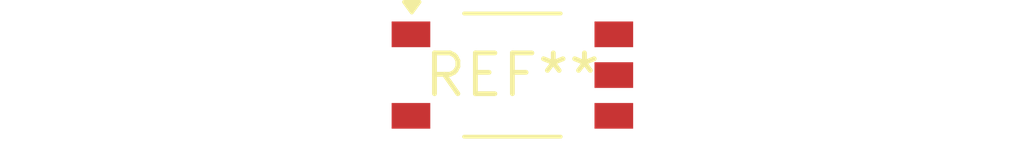
<source format=kicad_pcb>
(kicad_pcb (version 20240108) (generator pcbnew)
  (layers (0 "F.Cu" signal) (31 "B.Cu" signal) (34 "B.Paste" user) (35 "F.Paste" user) (36 "B.SilkS" user "B.Silkscreen") (37 "F.SilkS" user "F.Silkscreen") (38 "B.Mask" user) (39 "F.Mask" user) (44 "Edge.Cuts" user))
  (net 0 "")
  (footprint "MFSOP6-5_4.4x3.6mm_P1.27mm" (layer "F.Cu") (at 0 0)
    (property "Reference" "REF**")
    (property "Value" "MFSOP6-5_4.4x3.6mm_P1.27mm")
    (fp_line (start 1.5 -1.92) (end -1.5 -1.92) (layer "F.SilkS") (stroke (width 0.12)))
    (fp_line (start 1.5 1.92) (end -1.5 1.92) (layer "F.SilkS") (stroke (width 0.12)))
    (fp_poly (pts (xy -3.125 -1.95) (xy -3.365 -2.28) (xy -2.885 -2.28) (xy -3.125 -1.95)) (layer "F.SilkS") (stroke (width 0.12)) (fill solid))
    (pad "1" smd rect (at -3.15 -1.27) (size 1.2 0.8) (layers "F.Cu" "F.Paste" "F.Mask"))
    (pad "3" smd rect (at -3.15 1.27) (size 1.2 0.8) (layers "F.Cu" "F.Paste" "F.Mask"))
    (pad "4" smd rect (at 3.15 1.27) (size 1.2 0.8) (layers "F.Cu" "F.Paste" "F.Mask"))
    (pad "5" smd rect (at 3.15 0) (size 1.2 0.8) (layers "F.Cu" "F.Paste" "F.Mask"))
    (pad "6" smd rect (at 3.15 -1.27) (size 1.2 0.8) (layers "F.Cu" "F.Paste" "F.Mask"))
  )
)
</source>
